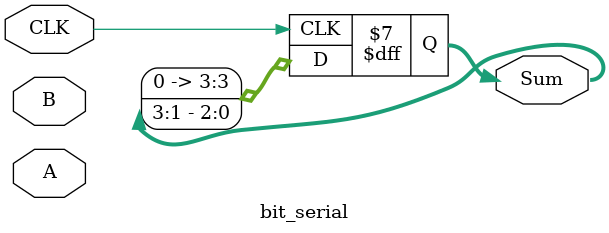
<source format=v>
`timescale 1ns / 1ps


module bit_serial(
    input [3:0] A,
    input [3:0] B,
    input CLK,
    output reg [3:0] Sum
    );
    reg C = 1'b0;
    
    always @ (posedge CLK)begin
        {C, Sum[3]} <= A[0] + B[0] + C;
        Sum <= Sum >> 1;
    end
    
endmodule

</source>
